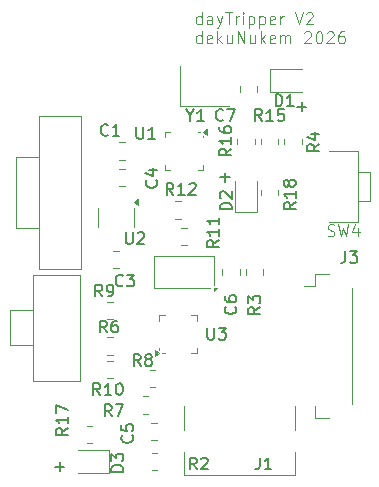
<source format=gto>
%TF.GenerationSoftware,KiCad,Pcbnew,9.0.4*%
%TF.CreationDate,2025-12-02T01:12:31+00:00*%
%TF.ProjectId,dtv2,64747632-2e6b-4696-9361-645f70636258,rev?*%
%TF.SameCoordinates,Original*%
%TF.FileFunction,Legend,Top*%
%TF.FilePolarity,Positive*%
%FSLAX46Y46*%
G04 Gerber Fmt 4.6, Leading zero omitted, Abs format (unit mm)*
G04 Created by KiCad (PCBNEW 9.0.4) date 2025-12-02 01:12:31*
%MOMM*%
%LPD*%
G01*
G04 APERTURE LIST*
%ADD10C,0.125000*%
%ADD11C,0.152400*%
%ADD12C,0.150000*%
%ADD13C,0.100000*%
%ADD14C,0.120000*%
G04 APERTURE END LIST*
D10*
X116498902Y-61761175D02*
X116498902Y-60761175D01*
X116498902Y-61713556D02*
X116403664Y-61761175D01*
X116403664Y-61761175D02*
X116213188Y-61761175D01*
X116213188Y-61761175D02*
X116117950Y-61713556D01*
X116117950Y-61713556D02*
X116070331Y-61665936D01*
X116070331Y-61665936D02*
X116022712Y-61570698D01*
X116022712Y-61570698D02*
X116022712Y-61284984D01*
X116022712Y-61284984D02*
X116070331Y-61189746D01*
X116070331Y-61189746D02*
X116117950Y-61142127D01*
X116117950Y-61142127D02*
X116213188Y-61094508D01*
X116213188Y-61094508D02*
X116403664Y-61094508D01*
X116403664Y-61094508D02*
X116498902Y-61142127D01*
X117403664Y-61761175D02*
X117403664Y-61237365D01*
X117403664Y-61237365D02*
X117356045Y-61142127D01*
X117356045Y-61142127D02*
X117260807Y-61094508D01*
X117260807Y-61094508D02*
X117070331Y-61094508D01*
X117070331Y-61094508D02*
X116975093Y-61142127D01*
X117403664Y-61713556D02*
X117308426Y-61761175D01*
X117308426Y-61761175D02*
X117070331Y-61761175D01*
X117070331Y-61761175D02*
X116975093Y-61713556D01*
X116975093Y-61713556D02*
X116927474Y-61618317D01*
X116927474Y-61618317D02*
X116927474Y-61523079D01*
X116927474Y-61523079D02*
X116975093Y-61427841D01*
X116975093Y-61427841D02*
X117070331Y-61380222D01*
X117070331Y-61380222D02*
X117308426Y-61380222D01*
X117308426Y-61380222D02*
X117403664Y-61332603D01*
X117784617Y-61094508D02*
X118022712Y-61761175D01*
X118260807Y-61094508D02*
X118022712Y-61761175D01*
X118022712Y-61761175D02*
X117927474Y-61999270D01*
X117927474Y-61999270D02*
X117879855Y-62046889D01*
X117879855Y-62046889D02*
X117784617Y-62094508D01*
X118498903Y-60761175D02*
X119070331Y-60761175D01*
X118784617Y-61761175D02*
X118784617Y-60761175D01*
X119403665Y-61761175D02*
X119403665Y-61094508D01*
X119403665Y-61284984D02*
X119451284Y-61189746D01*
X119451284Y-61189746D02*
X119498903Y-61142127D01*
X119498903Y-61142127D02*
X119594141Y-61094508D01*
X119594141Y-61094508D02*
X119689379Y-61094508D01*
X120022713Y-61761175D02*
X120022713Y-61094508D01*
X120022713Y-60761175D02*
X119975094Y-60808794D01*
X119975094Y-60808794D02*
X120022713Y-60856413D01*
X120022713Y-60856413D02*
X120070332Y-60808794D01*
X120070332Y-60808794D02*
X120022713Y-60761175D01*
X120022713Y-60761175D02*
X120022713Y-60856413D01*
X120498903Y-61094508D02*
X120498903Y-62094508D01*
X120498903Y-61142127D02*
X120594141Y-61094508D01*
X120594141Y-61094508D02*
X120784617Y-61094508D01*
X120784617Y-61094508D02*
X120879855Y-61142127D01*
X120879855Y-61142127D02*
X120927474Y-61189746D01*
X120927474Y-61189746D02*
X120975093Y-61284984D01*
X120975093Y-61284984D02*
X120975093Y-61570698D01*
X120975093Y-61570698D02*
X120927474Y-61665936D01*
X120927474Y-61665936D02*
X120879855Y-61713556D01*
X120879855Y-61713556D02*
X120784617Y-61761175D01*
X120784617Y-61761175D02*
X120594141Y-61761175D01*
X120594141Y-61761175D02*
X120498903Y-61713556D01*
X121403665Y-61094508D02*
X121403665Y-62094508D01*
X121403665Y-61142127D02*
X121498903Y-61094508D01*
X121498903Y-61094508D02*
X121689379Y-61094508D01*
X121689379Y-61094508D02*
X121784617Y-61142127D01*
X121784617Y-61142127D02*
X121832236Y-61189746D01*
X121832236Y-61189746D02*
X121879855Y-61284984D01*
X121879855Y-61284984D02*
X121879855Y-61570698D01*
X121879855Y-61570698D02*
X121832236Y-61665936D01*
X121832236Y-61665936D02*
X121784617Y-61713556D01*
X121784617Y-61713556D02*
X121689379Y-61761175D01*
X121689379Y-61761175D02*
X121498903Y-61761175D01*
X121498903Y-61761175D02*
X121403665Y-61713556D01*
X122689379Y-61713556D02*
X122594141Y-61761175D01*
X122594141Y-61761175D02*
X122403665Y-61761175D01*
X122403665Y-61761175D02*
X122308427Y-61713556D01*
X122308427Y-61713556D02*
X122260808Y-61618317D01*
X122260808Y-61618317D02*
X122260808Y-61237365D01*
X122260808Y-61237365D02*
X122308427Y-61142127D01*
X122308427Y-61142127D02*
X122403665Y-61094508D01*
X122403665Y-61094508D02*
X122594141Y-61094508D01*
X122594141Y-61094508D02*
X122689379Y-61142127D01*
X122689379Y-61142127D02*
X122736998Y-61237365D01*
X122736998Y-61237365D02*
X122736998Y-61332603D01*
X122736998Y-61332603D02*
X122260808Y-61427841D01*
X123165570Y-61761175D02*
X123165570Y-61094508D01*
X123165570Y-61284984D02*
X123213189Y-61189746D01*
X123213189Y-61189746D02*
X123260808Y-61142127D01*
X123260808Y-61142127D02*
X123356046Y-61094508D01*
X123356046Y-61094508D02*
X123451284Y-61094508D01*
X124403666Y-60761175D02*
X124736999Y-61761175D01*
X124736999Y-61761175D02*
X125070332Y-60761175D01*
X125356047Y-60856413D02*
X125403666Y-60808794D01*
X125403666Y-60808794D02*
X125498904Y-60761175D01*
X125498904Y-60761175D02*
X125736999Y-60761175D01*
X125736999Y-60761175D02*
X125832237Y-60808794D01*
X125832237Y-60808794D02*
X125879856Y-60856413D01*
X125879856Y-60856413D02*
X125927475Y-60951651D01*
X125927475Y-60951651D02*
X125927475Y-61046889D01*
X125927475Y-61046889D02*
X125879856Y-61189746D01*
X125879856Y-61189746D02*
X125308428Y-61761175D01*
X125308428Y-61761175D02*
X125927475Y-61761175D01*
X116498902Y-63371119D02*
X116498902Y-62371119D01*
X116498902Y-63323500D02*
X116403664Y-63371119D01*
X116403664Y-63371119D02*
X116213188Y-63371119D01*
X116213188Y-63371119D02*
X116117950Y-63323500D01*
X116117950Y-63323500D02*
X116070331Y-63275880D01*
X116070331Y-63275880D02*
X116022712Y-63180642D01*
X116022712Y-63180642D02*
X116022712Y-62894928D01*
X116022712Y-62894928D02*
X116070331Y-62799690D01*
X116070331Y-62799690D02*
X116117950Y-62752071D01*
X116117950Y-62752071D02*
X116213188Y-62704452D01*
X116213188Y-62704452D02*
X116403664Y-62704452D01*
X116403664Y-62704452D02*
X116498902Y-62752071D01*
X117356045Y-63323500D02*
X117260807Y-63371119D01*
X117260807Y-63371119D02*
X117070331Y-63371119D01*
X117070331Y-63371119D02*
X116975093Y-63323500D01*
X116975093Y-63323500D02*
X116927474Y-63228261D01*
X116927474Y-63228261D02*
X116927474Y-62847309D01*
X116927474Y-62847309D02*
X116975093Y-62752071D01*
X116975093Y-62752071D02*
X117070331Y-62704452D01*
X117070331Y-62704452D02*
X117260807Y-62704452D01*
X117260807Y-62704452D02*
X117356045Y-62752071D01*
X117356045Y-62752071D02*
X117403664Y-62847309D01*
X117403664Y-62847309D02*
X117403664Y-62942547D01*
X117403664Y-62942547D02*
X116927474Y-63037785D01*
X117832236Y-63371119D02*
X117832236Y-62371119D01*
X117927474Y-62990166D02*
X118213188Y-63371119D01*
X118213188Y-62704452D02*
X117832236Y-63085404D01*
X119070331Y-62704452D02*
X119070331Y-63371119D01*
X118641760Y-62704452D02*
X118641760Y-63228261D01*
X118641760Y-63228261D02*
X118689379Y-63323500D01*
X118689379Y-63323500D02*
X118784617Y-63371119D01*
X118784617Y-63371119D02*
X118927474Y-63371119D01*
X118927474Y-63371119D02*
X119022712Y-63323500D01*
X119022712Y-63323500D02*
X119070331Y-63275880D01*
X119546522Y-63371119D02*
X119546522Y-62371119D01*
X119546522Y-62371119D02*
X120117950Y-63371119D01*
X120117950Y-63371119D02*
X120117950Y-62371119D01*
X121022712Y-62704452D02*
X121022712Y-63371119D01*
X120594141Y-62704452D02*
X120594141Y-63228261D01*
X120594141Y-63228261D02*
X120641760Y-63323500D01*
X120641760Y-63323500D02*
X120736998Y-63371119D01*
X120736998Y-63371119D02*
X120879855Y-63371119D01*
X120879855Y-63371119D02*
X120975093Y-63323500D01*
X120975093Y-63323500D02*
X121022712Y-63275880D01*
X121498903Y-63371119D02*
X121498903Y-62371119D01*
X121594141Y-62990166D02*
X121879855Y-63371119D01*
X121879855Y-62704452D02*
X121498903Y-63085404D01*
X122689379Y-63323500D02*
X122594141Y-63371119D01*
X122594141Y-63371119D02*
X122403665Y-63371119D01*
X122403665Y-63371119D02*
X122308427Y-63323500D01*
X122308427Y-63323500D02*
X122260808Y-63228261D01*
X122260808Y-63228261D02*
X122260808Y-62847309D01*
X122260808Y-62847309D02*
X122308427Y-62752071D01*
X122308427Y-62752071D02*
X122403665Y-62704452D01*
X122403665Y-62704452D02*
X122594141Y-62704452D01*
X122594141Y-62704452D02*
X122689379Y-62752071D01*
X122689379Y-62752071D02*
X122736998Y-62847309D01*
X122736998Y-62847309D02*
X122736998Y-62942547D01*
X122736998Y-62942547D02*
X122260808Y-63037785D01*
X123165570Y-63371119D02*
X123165570Y-62704452D01*
X123165570Y-62799690D02*
X123213189Y-62752071D01*
X123213189Y-62752071D02*
X123308427Y-62704452D01*
X123308427Y-62704452D02*
X123451284Y-62704452D01*
X123451284Y-62704452D02*
X123546522Y-62752071D01*
X123546522Y-62752071D02*
X123594141Y-62847309D01*
X123594141Y-62847309D02*
X123594141Y-63371119D01*
X123594141Y-62847309D02*
X123641760Y-62752071D01*
X123641760Y-62752071D02*
X123736998Y-62704452D01*
X123736998Y-62704452D02*
X123879855Y-62704452D01*
X123879855Y-62704452D02*
X123975094Y-62752071D01*
X123975094Y-62752071D02*
X124022713Y-62847309D01*
X124022713Y-62847309D02*
X124022713Y-63371119D01*
X125213189Y-62466357D02*
X125260808Y-62418738D01*
X125260808Y-62418738D02*
X125356046Y-62371119D01*
X125356046Y-62371119D02*
X125594141Y-62371119D01*
X125594141Y-62371119D02*
X125689379Y-62418738D01*
X125689379Y-62418738D02*
X125736998Y-62466357D01*
X125736998Y-62466357D02*
X125784617Y-62561595D01*
X125784617Y-62561595D02*
X125784617Y-62656833D01*
X125784617Y-62656833D02*
X125736998Y-62799690D01*
X125736998Y-62799690D02*
X125165570Y-63371119D01*
X125165570Y-63371119D02*
X125784617Y-63371119D01*
X126403665Y-62371119D02*
X126498903Y-62371119D01*
X126498903Y-62371119D02*
X126594141Y-62418738D01*
X126594141Y-62418738D02*
X126641760Y-62466357D01*
X126641760Y-62466357D02*
X126689379Y-62561595D01*
X126689379Y-62561595D02*
X126736998Y-62752071D01*
X126736998Y-62752071D02*
X126736998Y-62990166D01*
X126736998Y-62990166D02*
X126689379Y-63180642D01*
X126689379Y-63180642D02*
X126641760Y-63275880D01*
X126641760Y-63275880D02*
X126594141Y-63323500D01*
X126594141Y-63323500D02*
X126498903Y-63371119D01*
X126498903Y-63371119D02*
X126403665Y-63371119D01*
X126403665Y-63371119D02*
X126308427Y-63323500D01*
X126308427Y-63323500D02*
X126260808Y-63275880D01*
X126260808Y-63275880D02*
X126213189Y-63180642D01*
X126213189Y-63180642D02*
X126165570Y-62990166D01*
X126165570Y-62990166D02*
X126165570Y-62752071D01*
X126165570Y-62752071D02*
X126213189Y-62561595D01*
X126213189Y-62561595D02*
X126260808Y-62466357D01*
X126260808Y-62466357D02*
X126308427Y-62418738D01*
X126308427Y-62418738D02*
X126403665Y-62371119D01*
X127117951Y-62466357D02*
X127165570Y-62418738D01*
X127165570Y-62418738D02*
X127260808Y-62371119D01*
X127260808Y-62371119D02*
X127498903Y-62371119D01*
X127498903Y-62371119D02*
X127594141Y-62418738D01*
X127594141Y-62418738D02*
X127641760Y-62466357D01*
X127641760Y-62466357D02*
X127689379Y-62561595D01*
X127689379Y-62561595D02*
X127689379Y-62656833D01*
X127689379Y-62656833D02*
X127641760Y-62799690D01*
X127641760Y-62799690D02*
X127070332Y-63371119D01*
X127070332Y-63371119D02*
X127689379Y-63371119D01*
X128546522Y-62371119D02*
X128356046Y-62371119D01*
X128356046Y-62371119D02*
X128260808Y-62418738D01*
X128260808Y-62418738D02*
X128213189Y-62466357D01*
X128213189Y-62466357D02*
X128117951Y-62609214D01*
X128117951Y-62609214D02*
X128070332Y-62799690D01*
X128070332Y-62799690D02*
X128070332Y-63180642D01*
X128070332Y-63180642D02*
X128117951Y-63275880D01*
X128117951Y-63275880D02*
X128165570Y-63323500D01*
X128165570Y-63323500D02*
X128260808Y-63371119D01*
X128260808Y-63371119D02*
X128451284Y-63371119D01*
X128451284Y-63371119D02*
X128546522Y-63323500D01*
X128546522Y-63323500D02*
X128594141Y-63275880D01*
X128594141Y-63275880D02*
X128641760Y-63180642D01*
X128641760Y-63180642D02*
X128641760Y-62942547D01*
X128641760Y-62942547D02*
X128594141Y-62847309D01*
X128594141Y-62847309D02*
X128546522Y-62799690D01*
X128546522Y-62799690D02*
X128451284Y-62752071D01*
X128451284Y-62752071D02*
X128260808Y-62752071D01*
X128260808Y-62752071D02*
X128165570Y-62799690D01*
X128165570Y-62799690D02*
X128117951Y-62847309D01*
X128117951Y-62847309D02*
X128070332Y-62942547D01*
D11*
X104092167Y-99230688D02*
X104866263Y-99230688D01*
X104479215Y-99617735D02*
X104479215Y-98843640D01*
X124592167Y-68730688D02*
X125366263Y-68730688D01*
X124979215Y-69117735D02*
X124979215Y-68343640D01*
X118092167Y-74730688D02*
X118866263Y-74730688D01*
X118479215Y-75117735D02*
X118479215Y-74343640D01*
D12*
X116083333Y-99454819D02*
X115750000Y-98978628D01*
X115511905Y-99454819D02*
X115511905Y-98454819D01*
X115511905Y-98454819D02*
X115892857Y-98454819D01*
X115892857Y-98454819D02*
X115988095Y-98502438D01*
X115988095Y-98502438D02*
X116035714Y-98550057D01*
X116035714Y-98550057D02*
X116083333Y-98645295D01*
X116083333Y-98645295D02*
X116083333Y-98788152D01*
X116083333Y-98788152D02*
X116035714Y-98883390D01*
X116035714Y-98883390D02*
X115988095Y-98931009D01*
X115988095Y-98931009D02*
X115892857Y-98978628D01*
X115892857Y-98978628D02*
X115511905Y-98978628D01*
X116464286Y-98550057D02*
X116511905Y-98502438D01*
X116511905Y-98502438D02*
X116607143Y-98454819D01*
X116607143Y-98454819D02*
X116845238Y-98454819D01*
X116845238Y-98454819D02*
X116940476Y-98502438D01*
X116940476Y-98502438D02*
X116988095Y-98550057D01*
X116988095Y-98550057D02*
X117035714Y-98645295D01*
X117035714Y-98645295D02*
X117035714Y-98740533D01*
X117035714Y-98740533D02*
X116988095Y-98883390D01*
X116988095Y-98883390D02*
X116416667Y-99454819D01*
X116416667Y-99454819D02*
X117035714Y-99454819D01*
X108883333Y-94954819D02*
X108550000Y-94478628D01*
X108311905Y-94954819D02*
X108311905Y-93954819D01*
X108311905Y-93954819D02*
X108692857Y-93954819D01*
X108692857Y-93954819D02*
X108788095Y-94002438D01*
X108788095Y-94002438D02*
X108835714Y-94050057D01*
X108835714Y-94050057D02*
X108883333Y-94145295D01*
X108883333Y-94145295D02*
X108883333Y-94288152D01*
X108883333Y-94288152D02*
X108835714Y-94383390D01*
X108835714Y-94383390D02*
X108788095Y-94431009D01*
X108788095Y-94431009D02*
X108692857Y-94478628D01*
X108692857Y-94478628D02*
X108311905Y-94478628D01*
X109216667Y-93954819D02*
X109883333Y-93954819D01*
X109883333Y-93954819D02*
X109454762Y-94954819D01*
X109854819Y-99638094D02*
X108854819Y-99638094D01*
X108854819Y-99638094D02*
X108854819Y-99399999D01*
X108854819Y-99399999D02*
X108902438Y-99257142D01*
X108902438Y-99257142D02*
X108997676Y-99161904D01*
X108997676Y-99161904D02*
X109092914Y-99114285D01*
X109092914Y-99114285D02*
X109283390Y-99066666D01*
X109283390Y-99066666D02*
X109426247Y-99066666D01*
X109426247Y-99066666D02*
X109616723Y-99114285D01*
X109616723Y-99114285D02*
X109711961Y-99161904D01*
X109711961Y-99161904D02*
X109807200Y-99257142D01*
X109807200Y-99257142D02*
X109854819Y-99399999D01*
X109854819Y-99399999D02*
X109854819Y-99638094D01*
X108854819Y-98733332D02*
X108854819Y-98114285D01*
X108854819Y-98114285D02*
X109235771Y-98447618D01*
X109235771Y-98447618D02*
X109235771Y-98304761D01*
X109235771Y-98304761D02*
X109283390Y-98209523D01*
X109283390Y-98209523D02*
X109331009Y-98161904D01*
X109331009Y-98161904D02*
X109426247Y-98114285D01*
X109426247Y-98114285D02*
X109664342Y-98114285D01*
X109664342Y-98114285D02*
X109759580Y-98161904D01*
X109759580Y-98161904D02*
X109807200Y-98209523D01*
X109807200Y-98209523D02*
X109854819Y-98304761D01*
X109854819Y-98304761D02*
X109854819Y-98590475D01*
X109854819Y-98590475D02*
X109807200Y-98685713D01*
X109807200Y-98685713D02*
X109759580Y-98733332D01*
X121607142Y-69954819D02*
X121273809Y-69478628D01*
X121035714Y-69954819D02*
X121035714Y-68954819D01*
X121035714Y-68954819D02*
X121416666Y-68954819D01*
X121416666Y-68954819D02*
X121511904Y-69002438D01*
X121511904Y-69002438D02*
X121559523Y-69050057D01*
X121559523Y-69050057D02*
X121607142Y-69145295D01*
X121607142Y-69145295D02*
X121607142Y-69288152D01*
X121607142Y-69288152D02*
X121559523Y-69383390D01*
X121559523Y-69383390D02*
X121511904Y-69431009D01*
X121511904Y-69431009D02*
X121416666Y-69478628D01*
X121416666Y-69478628D02*
X121035714Y-69478628D01*
X122559523Y-69954819D02*
X121988095Y-69954819D01*
X122273809Y-69954819D02*
X122273809Y-68954819D01*
X122273809Y-68954819D02*
X122178571Y-69097676D01*
X122178571Y-69097676D02*
X122083333Y-69192914D01*
X122083333Y-69192914D02*
X121988095Y-69240533D01*
X123464285Y-68954819D02*
X122988095Y-68954819D01*
X122988095Y-68954819D02*
X122940476Y-69431009D01*
X122940476Y-69431009D02*
X122988095Y-69383390D01*
X122988095Y-69383390D02*
X123083333Y-69335771D01*
X123083333Y-69335771D02*
X123321428Y-69335771D01*
X123321428Y-69335771D02*
X123416666Y-69383390D01*
X123416666Y-69383390D02*
X123464285Y-69431009D01*
X123464285Y-69431009D02*
X123511904Y-69526247D01*
X123511904Y-69526247D02*
X123511904Y-69764342D01*
X123511904Y-69764342D02*
X123464285Y-69859580D01*
X123464285Y-69859580D02*
X123416666Y-69907200D01*
X123416666Y-69907200D02*
X123321428Y-69954819D01*
X123321428Y-69954819D02*
X123083333Y-69954819D01*
X123083333Y-69954819D02*
X122988095Y-69907200D01*
X122988095Y-69907200D02*
X122940476Y-69859580D01*
X126454819Y-71916666D02*
X125978628Y-72249999D01*
X126454819Y-72488094D02*
X125454819Y-72488094D01*
X125454819Y-72488094D02*
X125454819Y-72107142D01*
X125454819Y-72107142D02*
X125502438Y-72011904D01*
X125502438Y-72011904D02*
X125550057Y-71964285D01*
X125550057Y-71964285D02*
X125645295Y-71916666D01*
X125645295Y-71916666D02*
X125788152Y-71916666D01*
X125788152Y-71916666D02*
X125883390Y-71964285D01*
X125883390Y-71964285D02*
X125931009Y-72011904D01*
X125931009Y-72011904D02*
X125978628Y-72107142D01*
X125978628Y-72107142D02*
X125978628Y-72488094D01*
X125788152Y-71059523D02*
X126454819Y-71059523D01*
X125407200Y-71297618D02*
X126121485Y-71535713D01*
X126121485Y-71535713D02*
X126121485Y-70916666D01*
X108083333Y-84804819D02*
X107750000Y-84328628D01*
X107511905Y-84804819D02*
X107511905Y-83804819D01*
X107511905Y-83804819D02*
X107892857Y-83804819D01*
X107892857Y-83804819D02*
X107988095Y-83852438D01*
X107988095Y-83852438D02*
X108035714Y-83900057D01*
X108035714Y-83900057D02*
X108083333Y-83995295D01*
X108083333Y-83995295D02*
X108083333Y-84138152D01*
X108083333Y-84138152D02*
X108035714Y-84233390D01*
X108035714Y-84233390D02*
X107988095Y-84281009D01*
X107988095Y-84281009D02*
X107892857Y-84328628D01*
X107892857Y-84328628D02*
X107511905Y-84328628D01*
X108559524Y-84804819D02*
X108750000Y-84804819D01*
X108750000Y-84804819D02*
X108845238Y-84757200D01*
X108845238Y-84757200D02*
X108892857Y-84709580D01*
X108892857Y-84709580D02*
X108988095Y-84566723D01*
X108988095Y-84566723D02*
X109035714Y-84376247D01*
X109035714Y-84376247D02*
X109035714Y-83995295D01*
X109035714Y-83995295D02*
X108988095Y-83900057D01*
X108988095Y-83900057D02*
X108940476Y-83852438D01*
X108940476Y-83852438D02*
X108845238Y-83804819D01*
X108845238Y-83804819D02*
X108654762Y-83804819D01*
X108654762Y-83804819D02*
X108559524Y-83852438D01*
X108559524Y-83852438D02*
X108511905Y-83900057D01*
X108511905Y-83900057D02*
X108464286Y-83995295D01*
X108464286Y-83995295D02*
X108464286Y-84233390D01*
X108464286Y-84233390D02*
X108511905Y-84328628D01*
X108511905Y-84328628D02*
X108559524Y-84376247D01*
X108559524Y-84376247D02*
X108654762Y-84423866D01*
X108654762Y-84423866D02*
X108845238Y-84423866D01*
X108845238Y-84423866D02*
X108940476Y-84376247D01*
X108940476Y-84376247D02*
X108988095Y-84328628D01*
X108988095Y-84328628D02*
X109035714Y-84233390D01*
X111333333Y-90704819D02*
X111000000Y-90228628D01*
X110761905Y-90704819D02*
X110761905Y-89704819D01*
X110761905Y-89704819D02*
X111142857Y-89704819D01*
X111142857Y-89704819D02*
X111238095Y-89752438D01*
X111238095Y-89752438D02*
X111285714Y-89800057D01*
X111285714Y-89800057D02*
X111333333Y-89895295D01*
X111333333Y-89895295D02*
X111333333Y-90038152D01*
X111333333Y-90038152D02*
X111285714Y-90133390D01*
X111285714Y-90133390D02*
X111238095Y-90181009D01*
X111238095Y-90181009D02*
X111142857Y-90228628D01*
X111142857Y-90228628D02*
X110761905Y-90228628D01*
X111904762Y-90133390D02*
X111809524Y-90085771D01*
X111809524Y-90085771D02*
X111761905Y-90038152D01*
X111761905Y-90038152D02*
X111714286Y-89942914D01*
X111714286Y-89942914D02*
X111714286Y-89895295D01*
X111714286Y-89895295D02*
X111761905Y-89800057D01*
X111761905Y-89800057D02*
X111809524Y-89752438D01*
X111809524Y-89752438D02*
X111904762Y-89704819D01*
X111904762Y-89704819D02*
X112095238Y-89704819D01*
X112095238Y-89704819D02*
X112190476Y-89752438D01*
X112190476Y-89752438D02*
X112238095Y-89800057D01*
X112238095Y-89800057D02*
X112285714Y-89895295D01*
X112285714Y-89895295D02*
X112285714Y-89942914D01*
X112285714Y-89942914D02*
X112238095Y-90038152D01*
X112238095Y-90038152D02*
X112190476Y-90085771D01*
X112190476Y-90085771D02*
X112095238Y-90133390D01*
X112095238Y-90133390D02*
X111904762Y-90133390D01*
X111904762Y-90133390D02*
X111809524Y-90181009D01*
X111809524Y-90181009D02*
X111761905Y-90228628D01*
X111761905Y-90228628D02*
X111714286Y-90323866D01*
X111714286Y-90323866D02*
X111714286Y-90514342D01*
X111714286Y-90514342D02*
X111761905Y-90609580D01*
X111761905Y-90609580D02*
X111809524Y-90657200D01*
X111809524Y-90657200D02*
X111904762Y-90704819D01*
X111904762Y-90704819D02*
X112095238Y-90704819D01*
X112095238Y-90704819D02*
X112190476Y-90657200D01*
X112190476Y-90657200D02*
X112238095Y-90609580D01*
X112238095Y-90609580D02*
X112285714Y-90514342D01*
X112285714Y-90514342D02*
X112285714Y-90323866D01*
X112285714Y-90323866D02*
X112238095Y-90228628D01*
X112238095Y-90228628D02*
X112190476Y-90181009D01*
X112190476Y-90181009D02*
X112095238Y-90133390D01*
X124454819Y-76842857D02*
X123978628Y-77176190D01*
X124454819Y-77414285D02*
X123454819Y-77414285D01*
X123454819Y-77414285D02*
X123454819Y-77033333D01*
X123454819Y-77033333D02*
X123502438Y-76938095D01*
X123502438Y-76938095D02*
X123550057Y-76890476D01*
X123550057Y-76890476D02*
X123645295Y-76842857D01*
X123645295Y-76842857D02*
X123788152Y-76842857D01*
X123788152Y-76842857D02*
X123883390Y-76890476D01*
X123883390Y-76890476D02*
X123931009Y-76938095D01*
X123931009Y-76938095D02*
X123978628Y-77033333D01*
X123978628Y-77033333D02*
X123978628Y-77414285D01*
X124454819Y-75890476D02*
X124454819Y-76461904D01*
X124454819Y-76176190D02*
X123454819Y-76176190D01*
X123454819Y-76176190D02*
X123597676Y-76271428D01*
X123597676Y-76271428D02*
X123692914Y-76366666D01*
X123692914Y-76366666D02*
X123740533Y-76461904D01*
X123883390Y-75319047D02*
X123835771Y-75414285D01*
X123835771Y-75414285D02*
X123788152Y-75461904D01*
X123788152Y-75461904D02*
X123692914Y-75509523D01*
X123692914Y-75509523D02*
X123645295Y-75509523D01*
X123645295Y-75509523D02*
X123550057Y-75461904D01*
X123550057Y-75461904D02*
X123502438Y-75414285D01*
X123502438Y-75414285D02*
X123454819Y-75319047D01*
X123454819Y-75319047D02*
X123454819Y-75128571D01*
X123454819Y-75128571D02*
X123502438Y-75033333D01*
X123502438Y-75033333D02*
X123550057Y-74985714D01*
X123550057Y-74985714D02*
X123645295Y-74938095D01*
X123645295Y-74938095D02*
X123692914Y-74938095D01*
X123692914Y-74938095D02*
X123788152Y-74985714D01*
X123788152Y-74985714D02*
X123835771Y-75033333D01*
X123835771Y-75033333D02*
X123883390Y-75128571D01*
X123883390Y-75128571D02*
X123883390Y-75319047D01*
X123883390Y-75319047D02*
X123931009Y-75414285D01*
X123931009Y-75414285D02*
X123978628Y-75461904D01*
X123978628Y-75461904D02*
X124073866Y-75509523D01*
X124073866Y-75509523D02*
X124264342Y-75509523D01*
X124264342Y-75509523D02*
X124359580Y-75461904D01*
X124359580Y-75461904D02*
X124407200Y-75414285D01*
X124407200Y-75414285D02*
X124454819Y-75319047D01*
X124454819Y-75319047D02*
X124454819Y-75128571D01*
X124454819Y-75128571D02*
X124407200Y-75033333D01*
X124407200Y-75033333D02*
X124359580Y-74985714D01*
X124359580Y-74985714D02*
X124264342Y-74938095D01*
X124264342Y-74938095D02*
X124073866Y-74938095D01*
X124073866Y-74938095D02*
X123978628Y-74985714D01*
X123978628Y-74985714D02*
X123931009Y-75033333D01*
X123931009Y-75033333D02*
X123883390Y-75128571D01*
X121454819Y-85716666D02*
X120978628Y-86049999D01*
X121454819Y-86288094D02*
X120454819Y-86288094D01*
X120454819Y-86288094D02*
X120454819Y-85907142D01*
X120454819Y-85907142D02*
X120502438Y-85811904D01*
X120502438Y-85811904D02*
X120550057Y-85764285D01*
X120550057Y-85764285D02*
X120645295Y-85716666D01*
X120645295Y-85716666D02*
X120788152Y-85716666D01*
X120788152Y-85716666D02*
X120883390Y-85764285D01*
X120883390Y-85764285D02*
X120931009Y-85811904D01*
X120931009Y-85811904D02*
X120978628Y-85907142D01*
X120978628Y-85907142D02*
X120978628Y-86288094D01*
X120454819Y-85383332D02*
X120454819Y-84764285D01*
X120454819Y-84764285D02*
X120835771Y-85097618D01*
X120835771Y-85097618D02*
X120835771Y-84954761D01*
X120835771Y-84954761D02*
X120883390Y-84859523D01*
X120883390Y-84859523D02*
X120931009Y-84811904D01*
X120931009Y-84811904D02*
X121026247Y-84764285D01*
X121026247Y-84764285D02*
X121264342Y-84764285D01*
X121264342Y-84764285D02*
X121359580Y-84811904D01*
X121359580Y-84811904D02*
X121407200Y-84859523D01*
X121407200Y-84859523D02*
X121454819Y-84954761D01*
X121454819Y-84954761D02*
X121454819Y-85240475D01*
X121454819Y-85240475D02*
X121407200Y-85335713D01*
X121407200Y-85335713D02*
X121359580Y-85383332D01*
X110988095Y-70454819D02*
X110988095Y-71264342D01*
X110988095Y-71264342D02*
X111035714Y-71359580D01*
X111035714Y-71359580D02*
X111083333Y-71407200D01*
X111083333Y-71407200D02*
X111178571Y-71454819D01*
X111178571Y-71454819D02*
X111369047Y-71454819D01*
X111369047Y-71454819D02*
X111464285Y-71407200D01*
X111464285Y-71407200D02*
X111511904Y-71359580D01*
X111511904Y-71359580D02*
X111559523Y-71264342D01*
X111559523Y-71264342D02*
X111559523Y-70454819D01*
X112559523Y-71454819D02*
X111988095Y-71454819D01*
X112273809Y-71454819D02*
X112273809Y-70454819D01*
X112273809Y-70454819D02*
X112178571Y-70597676D01*
X112178571Y-70597676D02*
X112083333Y-70692914D01*
X112083333Y-70692914D02*
X111988095Y-70740533D01*
X119054819Y-77438094D02*
X118054819Y-77438094D01*
X118054819Y-77438094D02*
X118054819Y-77199999D01*
X118054819Y-77199999D02*
X118102438Y-77057142D01*
X118102438Y-77057142D02*
X118197676Y-76961904D01*
X118197676Y-76961904D02*
X118292914Y-76914285D01*
X118292914Y-76914285D02*
X118483390Y-76866666D01*
X118483390Y-76866666D02*
X118626247Y-76866666D01*
X118626247Y-76866666D02*
X118816723Y-76914285D01*
X118816723Y-76914285D02*
X118911961Y-76961904D01*
X118911961Y-76961904D02*
X119007200Y-77057142D01*
X119007200Y-77057142D02*
X119054819Y-77199999D01*
X119054819Y-77199999D02*
X119054819Y-77438094D01*
X118150057Y-76485713D02*
X118102438Y-76438094D01*
X118102438Y-76438094D02*
X118054819Y-76342856D01*
X118054819Y-76342856D02*
X118054819Y-76104761D01*
X118054819Y-76104761D02*
X118102438Y-76009523D01*
X118102438Y-76009523D02*
X118150057Y-75961904D01*
X118150057Y-75961904D02*
X118245295Y-75914285D01*
X118245295Y-75914285D02*
X118340533Y-75914285D01*
X118340533Y-75914285D02*
X118483390Y-75961904D01*
X118483390Y-75961904D02*
X119054819Y-76533332D01*
X119054819Y-76533332D02*
X119054819Y-75914285D01*
X118333333Y-69859580D02*
X118285714Y-69907200D01*
X118285714Y-69907200D02*
X118142857Y-69954819D01*
X118142857Y-69954819D02*
X118047619Y-69954819D01*
X118047619Y-69954819D02*
X117904762Y-69907200D01*
X117904762Y-69907200D02*
X117809524Y-69811961D01*
X117809524Y-69811961D02*
X117761905Y-69716723D01*
X117761905Y-69716723D02*
X117714286Y-69526247D01*
X117714286Y-69526247D02*
X117714286Y-69383390D01*
X117714286Y-69383390D02*
X117761905Y-69192914D01*
X117761905Y-69192914D02*
X117809524Y-69097676D01*
X117809524Y-69097676D02*
X117904762Y-69002438D01*
X117904762Y-69002438D02*
X118047619Y-68954819D01*
X118047619Y-68954819D02*
X118142857Y-68954819D01*
X118142857Y-68954819D02*
X118285714Y-69002438D01*
X118285714Y-69002438D02*
X118333333Y-69050057D01*
X118666667Y-68954819D02*
X119333333Y-68954819D01*
X119333333Y-68954819D02*
X118904762Y-69954819D01*
X110088095Y-79354819D02*
X110088095Y-80164342D01*
X110088095Y-80164342D02*
X110135714Y-80259580D01*
X110135714Y-80259580D02*
X110183333Y-80307200D01*
X110183333Y-80307200D02*
X110278571Y-80354819D01*
X110278571Y-80354819D02*
X110469047Y-80354819D01*
X110469047Y-80354819D02*
X110564285Y-80307200D01*
X110564285Y-80307200D02*
X110611904Y-80259580D01*
X110611904Y-80259580D02*
X110659523Y-80164342D01*
X110659523Y-80164342D02*
X110659523Y-79354819D01*
X111088095Y-79450057D02*
X111135714Y-79402438D01*
X111135714Y-79402438D02*
X111230952Y-79354819D01*
X111230952Y-79354819D02*
X111469047Y-79354819D01*
X111469047Y-79354819D02*
X111564285Y-79402438D01*
X111564285Y-79402438D02*
X111611904Y-79450057D01*
X111611904Y-79450057D02*
X111659523Y-79545295D01*
X111659523Y-79545295D02*
X111659523Y-79640533D01*
X111659523Y-79640533D02*
X111611904Y-79783390D01*
X111611904Y-79783390D02*
X111040476Y-80354819D01*
X111040476Y-80354819D02*
X111659523Y-80354819D01*
X117954819Y-80042857D02*
X117478628Y-80376190D01*
X117954819Y-80614285D02*
X116954819Y-80614285D01*
X116954819Y-80614285D02*
X116954819Y-80233333D01*
X116954819Y-80233333D02*
X117002438Y-80138095D01*
X117002438Y-80138095D02*
X117050057Y-80090476D01*
X117050057Y-80090476D02*
X117145295Y-80042857D01*
X117145295Y-80042857D02*
X117288152Y-80042857D01*
X117288152Y-80042857D02*
X117383390Y-80090476D01*
X117383390Y-80090476D02*
X117431009Y-80138095D01*
X117431009Y-80138095D02*
X117478628Y-80233333D01*
X117478628Y-80233333D02*
X117478628Y-80614285D01*
X117954819Y-79090476D02*
X117954819Y-79661904D01*
X117954819Y-79376190D02*
X116954819Y-79376190D01*
X116954819Y-79376190D02*
X117097676Y-79471428D01*
X117097676Y-79471428D02*
X117192914Y-79566666D01*
X117192914Y-79566666D02*
X117240533Y-79661904D01*
X117954819Y-78138095D02*
X117954819Y-78709523D01*
X117954819Y-78423809D02*
X116954819Y-78423809D01*
X116954819Y-78423809D02*
X117097676Y-78519047D01*
X117097676Y-78519047D02*
X117192914Y-78614285D01*
X117192914Y-78614285D02*
X117240533Y-78709523D01*
X115523809Y-69478628D02*
X115523809Y-69954819D01*
X115190476Y-68954819D02*
X115523809Y-69478628D01*
X115523809Y-69478628D02*
X115857142Y-68954819D01*
X116714285Y-69954819D02*
X116142857Y-69954819D01*
X116428571Y-69954819D02*
X116428571Y-68954819D01*
X116428571Y-68954819D02*
X116333333Y-69097676D01*
X116333333Y-69097676D02*
X116238095Y-69192914D01*
X116238095Y-69192914D02*
X116142857Y-69240533D01*
X107907142Y-93154819D02*
X107573809Y-92678628D01*
X107335714Y-93154819D02*
X107335714Y-92154819D01*
X107335714Y-92154819D02*
X107716666Y-92154819D01*
X107716666Y-92154819D02*
X107811904Y-92202438D01*
X107811904Y-92202438D02*
X107859523Y-92250057D01*
X107859523Y-92250057D02*
X107907142Y-92345295D01*
X107907142Y-92345295D02*
X107907142Y-92488152D01*
X107907142Y-92488152D02*
X107859523Y-92583390D01*
X107859523Y-92583390D02*
X107811904Y-92631009D01*
X107811904Y-92631009D02*
X107716666Y-92678628D01*
X107716666Y-92678628D02*
X107335714Y-92678628D01*
X108859523Y-93154819D02*
X108288095Y-93154819D01*
X108573809Y-93154819D02*
X108573809Y-92154819D01*
X108573809Y-92154819D02*
X108478571Y-92297676D01*
X108478571Y-92297676D02*
X108383333Y-92392914D01*
X108383333Y-92392914D02*
X108288095Y-92440533D01*
X109478571Y-92154819D02*
X109573809Y-92154819D01*
X109573809Y-92154819D02*
X109669047Y-92202438D01*
X109669047Y-92202438D02*
X109716666Y-92250057D01*
X109716666Y-92250057D02*
X109764285Y-92345295D01*
X109764285Y-92345295D02*
X109811904Y-92535771D01*
X109811904Y-92535771D02*
X109811904Y-92773866D01*
X109811904Y-92773866D02*
X109764285Y-92964342D01*
X109764285Y-92964342D02*
X109716666Y-93059580D01*
X109716666Y-93059580D02*
X109669047Y-93107200D01*
X109669047Y-93107200D02*
X109573809Y-93154819D01*
X109573809Y-93154819D02*
X109478571Y-93154819D01*
X109478571Y-93154819D02*
X109383333Y-93107200D01*
X109383333Y-93107200D02*
X109335714Y-93059580D01*
X109335714Y-93059580D02*
X109288095Y-92964342D01*
X109288095Y-92964342D02*
X109240476Y-92773866D01*
X109240476Y-92773866D02*
X109240476Y-92535771D01*
X109240476Y-92535771D02*
X109288095Y-92345295D01*
X109288095Y-92345295D02*
X109335714Y-92250057D01*
X109335714Y-92250057D02*
X109383333Y-92202438D01*
X109383333Y-92202438D02*
X109478571Y-92154819D01*
X119359580Y-85666666D02*
X119407200Y-85714285D01*
X119407200Y-85714285D02*
X119454819Y-85857142D01*
X119454819Y-85857142D02*
X119454819Y-85952380D01*
X119454819Y-85952380D02*
X119407200Y-86095237D01*
X119407200Y-86095237D02*
X119311961Y-86190475D01*
X119311961Y-86190475D02*
X119216723Y-86238094D01*
X119216723Y-86238094D02*
X119026247Y-86285713D01*
X119026247Y-86285713D02*
X118883390Y-86285713D01*
X118883390Y-86285713D02*
X118692914Y-86238094D01*
X118692914Y-86238094D02*
X118597676Y-86190475D01*
X118597676Y-86190475D02*
X118502438Y-86095237D01*
X118502438Y-86095237D02*
X118454819Y-85952380D01*
X118454819Y-85952380D02*
X118454819Y-85857142D01*
X118454819Y-85857142D02*
X118502438Y-85714285D01*
X118502438Y-85714285D02*
X118550057Y-85666666D01*
X118454819Y-84809523D02*
X118454819Y-84999999D01*
X118454819Y-84999999D02*
X118502438Y-85095237D01*
X118502438Y-85095237D02*
X118550057Y-85142856D01*
X118550057Y-85142856D02*
X118692914Y-85238094D01*
X118692914Y-85238094D02*
X118883390Y-85285713D01*
X118883390Y-85285713D02*
X119264342Y-85285713D01*
X119264342Y-85285713D02*
X119359580Y-85238094D01*
X119359580Y-85238094D02*
X119407200Y-85190475D01*
X119407200Y-85190475D02*
X119454819Y-85095237D01*
X119454819Y-85095237D02*
X119454819Y-84904761D01*
X119454819Y-84904761D02*
X119407200Y-84809523D01*
X119407200Y-84809523D02*
X119359580Y-84761904D01*
X119359580Y-84761904D02*
X119264342Y-84714285D01*
X119264342Y-84714285D02*
X119026247Y-84714285D01*
X119026247Y-84714285D02*
X118931009Y-84761904D01*
X118931009Y-84761904D02*
X118883390Y-84809523D01*
X118883390Y-84809523D02*
X118835771Y-84904761D01*
X118835771Y-84904761D02*
X118835771Y-85095237D01*
X118835771Y-85095237D02*
X118883390Y-85190475D01*
X118883390Y-85190475D02*
X118931009Y-85238094D01*
X118931009Y-85238094D02*
X119026247Y-85285713D01*
X116988095Y-87454819D02*
X116988095Y-88264342D01*
X116988095Y-88264342D02*
X117035714Y-88359580D01*
X117035714Y-88359580D02*
X117083333Y-88407200D01*
X117083333Y-88407200D02*
X117178571Y-88454819D01*
X117178571Y-88454819D02*
X117369047Y-88454819D01*
X117369047Y-88454819D02*
X117464285Y-88407200D01*
X117464285Y-88407200D02*
X117511904Y-88359580D01*
X117511904Y-88359580D02*
X117559523Y-88264342D01*
X117559523Y-88264342D02*
X117559523Y-87454819D01*
X117940476Y-87454819D02*
X118559523Y-87454819D01*
X118559523Y-87454819D02*
X118226190Y-87835771D01*
X118226190Y-87835771D02*
X118369047Y-87835771D01*
X118369047Y-87835771D02*
X118464285Y-87883390D01*
X118464285Y-87883390D02*
X118511904Y-87931009D01*
X118511904Y-87931009D02*
X118559523Y-88026247D01*
X118559523Y-88026247D02*
X118559523Y-88264342D01*
X118559523Y-88264342D02*
X118511904Y-88359580D01*
X118511904Y-88359580D02*
X118464285Y-88407200D01*
X118464285Y-88407200D02*
X118369047Y-88454819D01*
X118369047Y-88454819D02*
X118083333Y-88454819D01*
X118083333Y-88454819D02*
X117988095Y-88407200D01*
X117988095Y-88407200D02*
X117940476Y-88359580D01*
X110609580Y-96566666D02*
X110657200Y-96614285D01*
X110657200Y-96614285D02*
X110704819Y-96757142D01*
X110704819Y-96757142D02*
X110704819Y-96852380D01*
X110704819Y-96852380D02*
X110657200Y-96995237D01*
X110657200Y-96995237D02*
X110561961Y-97090475D01*
X110561961Y-97090475D02*
X110466723Y-97138094D01*
X110466723Y-97138094D02*
X110276247Y-97185713D01*
X110276247Y-97185713D02*
X110133390Y-97185713D01*
X110133390Y-97185713D02*
X109942914Y-97138094D01*
X109942914Y-97138094D02*
X109847676Y-97090475D01*
X109847676Y-97090475D02*
X109752438Y-96995237D01*
X109752438Y-96995237D02*
X109704819Y-96852380D01*
X109704819Y-96852380D02*
X109704819Y-96757142D01*
X109704819Y-96757142D02*
X109752438Y-96614285D01*
X109752438Y-96614285D02*
X109800057Y-96566666D01*
X109704819Y-95661904D02*
X109704819Y-96138094D01*
X109704819Y-96138094D02*
X110181009Y-96185713D01*
X110181009Y-96185713D02*
X110133390Y-96138094D01*
X110133390Y-96138094D02*
X110085771Y-96042856D01*
X110085771Y-96042856D02*
X110085771Y-95804761D01*
X110085771Y-95804761D02*
X110133390Y-95709523D01*
X110133390Y-95709523D02*
X110181009Y-95661904D01*
X110181009Y-95661904D02*
X110276247Y-95614285D01*
X110276247Y-95614285D02*
X110514342Y-95614285D01*
X110514342Y-95614285D02*
X110609580Y-95661904D01*
X110609580Y-95661904D02*
X110657200Y-95709523D01*
X110657200Y-95709523D02*
X110704819Y-95804761D01*
X110704819Y-95804761D02*
X110704819Y-96042856D01*
X110704819Y-96042856D02*
X110657200Y-96138094D01*
X110657200Y-96138094D02*
X110609580Y-96185713D01*
X119004819Y-72292857D02*
X118528628Y-72626190D01*
X119004819Y-72864285D02*
X118004819Y-72864285D01*
X118004819Y-72864285D02*
X118004819Y-72483333D01*
X118004819Y-72483333D02*
X118052438Y-72388095D01*
X118052438Y-72388095D02*
X118100057Y-72340476D01*
X118100057Y-72340476D02*
X118195295Y-72292857D01*
X118195295Y-72292857D02*
X118338152Y-72292857D01*
X118338152Y-72292857D02*
X118433390Y-72340476D01*
X118433390Y-72340476D02*
X118481009Y-72388095D01*
X118481009Y-72388095D02*
X118528628Y-72483333D01*
X118528628Y-72483333D02*
X118528628Y-72864285D01*
X119004819Y-71340476D02*
X119004819Y-71911904D01*
X119004819Y-71626190D02*
X118004819Y-71626190D01*
X118004819Y-71626190D02*
X118147676Y-71721428D01*
X118147676Y-71721428D02*
X118242914Y-71816666D01*
X118242914Y-71816666D02*
X118290533Y-71911904D01*
X118004819Y-70483333D02*
X118004819Y-70673809D01*
X118004819Y-70673809D02*
X118052438Y-70769047D01*
X118052438Y-70769047D02*
X118100057Y-70816666D01*
X118100057Y-70816666D02*
X118242914Y-70911904D01*
X118242914Y-70911904D02*
X118433390Y-70959523D01*
X118433390Y-70959523D02*
X118814342Y-70959523D01*
X118814342Y-70959523D02*
X118909580Y-70911904D01*
X118909580Y-70911904D02*
X118957200Y-70864285D01*
X118957200Y-70864285D02*
X119004819Y-70769047D01*
X119004819Y-70769047D02*
X119004819Y-70578571D01*
X119004819Y-70578571D02*
X118957200Y-70483333D01*
X118957200Y-70483333D02*
X118909580Y-70435714D01*
X118909580Y-70435714D02*
X118814342Y-70388095D01*
X118814342Y-70388095D02*
X118576247Y-70388095D01*
X118576247Y-70388095D02*
X118481009Y-70435714D01*
X118481009Y-70435714D02*
X118433390Y-70483333D01*
X118433390Y-70483333D02*
X118385771Y-70578571D01*
X118385771Y-70578571D02*
X118385771Y-70769047D01*
X118385771Y-70769047D02*
X118433390Y-70864285D01*
X118433390Y-70864285D02*
X118481009Y-70911904D01*
X118481009Y-70911904D02*
X118576247Y-70959523D01*
X114107142Y-76204819D02*
X113773809Y-75728628D01*
X113535714Y-76204819D02*
X113535714Y-75204819D01*
X113535714Y-75204819D02*
X113916666Y-75204819D01*
X113916666Y-75204819D02*
X114011904Y-75252438D01*
X114011904Y-75252438D02*
X114059523Y-75300057D01*
X114059523Y-75300057D02*
X114107142Y-75395295D01*
X114107142Y-75395295D02*
X114107142Y-75538152D01*
X114107142Y-75538152D02*
X114059523Y-75633390D01*
X114059523Y-75633390D02*
X114011904Y-75681009D01*
X114011904Y-75681009D02*
X113916666Y-75728628D01*
X113916666Y-75728628D02*
X113535714Y-75728628D01*
X115059523Y-76204819D02*
X114488095Y-76204819D01*
X114773809Y-76204819D02*
X114773809Y-75204819D01*
X114773809Y-75204819D02*
X114678571Y-75347676D01*
X114678571Y-75347676D02*
X114583333Y-75442914D01*
X114583333Y-75442914D02*
X114488095Y-75490533D01*
X115440476Y-75300057D02*
X115488095Y-75252438D01*
X115488095Y-75252438D02*
X115583333Y-75204819D01*
X115583333Y-75204819D02*
X115821428Y-75204819D01*
X115821428Y-75204819D02*
X115916666Y-75252438D01*
X115916666Y-75252438D02*
X115964285Y-75300057D01*
X115964285Y-75300057D02*
X116011904Y-75395295D01*
X116011904Y-75395295D02*
X116011904Y-75490533D01*
X116011904Y-75490533D02*
X115964285Y-75633390D01*
X115964285Y-75633390D02*
X115392857Y-76204819D01*
X115392857Y-76204819D02*
X116011904Y-76204819D01*
D13*
X127166667Y-79659800D02*
X127309524Y-79707419D01*
X127309524Y-79707419D02*
X127547619Y-79707419D01*
X127547619Y-79707419D02*
X127642857Y-79659800D01*
X127642857Y-79659800D02*
X127690476Y-79612180D01*
X127690476Y-79612180D02*
X127738095Y-79516942D01*
X127738095Y-79516942D02*
X127738095Y-79421704D01*
X127738095Y-79421704D02*
X127690476Y-79326466D01*
X127690476Y-79326466D02*
X127642857Y-79278847D01*
X127642857Y-79278847D02*
X127547619Y-79231228D01*
X127547619Y-79231228D02*
X127357143Y-79183609D01*
X127357143Y-79183609D02*
X127261905Y-79135990D01*
X127261905Y-79135990D02*
X127214286Y-79088371D01*
X127214286Y-79088371D02*
X127166667Y-78993133D01*
X127166667Y-78993133D02*
X127166667Y-78897895D01*
X127166667Y-78897895D02*
X127214286Y-78802657D01*
X127214286Y-78802657D02*
X127261905Y-78755038D01*
X127261905Y-78755038D02*
X127357143Y-78707419D01*
X127357143Y-78707419D02*
X127595238Y-78707419D01*
X127595238Y-78707419D02*
X127738095Y-78755038D01*
X128071429Y-78707419D02*
X128309524Y-79707419D01*
X128309524Y-79707419D02*
X128500000Y-78993133D01*
X128500000Y-78993133D02*
X128690476Y-79707419D01*
X128690476Y-79707419D02*
X128928572Y-78707419D01*
X129738095Y-79040752D02*
X129738095Y-79707419D01*
X129500000Y-78659800D02*
X129261905Y-79374085D01*
X129261905Y-79374085D02*
X129880952Y-79374085D01*
D12*
X112659580Y-74966666D02*
X112707200Y-75014285D01*
X112707200Y-75014285D02*
X112754819Y-75157142D01*
X112754819Y-75157142D02*
X112754819Y-75252380D01*
X112754819Y-75252380D02*
X112707200Y-75395237D01*
X112707200Y-75395237D02*
X112611961Y-75490475D01*
X112611961Y-75490475D02*
X112516723Y-75538094D01*
X112516723Y-75538094D02*
X112326247Y-75585713D01*
X112326247Y-75585713D02*
X112183390Y-75585713D01*
X112183390Y-75585713D02*
X111992914Y-75538094D01*
X111992914Y-75538094D02*
X111897676Y-75490475D01*
X111897676Y-75490475D02*
X111802438Y-75395237D01*
X111802438Y-75395237D02*
X111754819Y-75252380D01*
X111754819Y-75252380D02*
X111754819Y-75157142D01*
X111754819Y-75157142D02*
X111802438Y-75014285D01*
X111802438Y-75014285D02*
X111850057Y-74966666D01*
X112088152Y-74109523D02*
X112754819Y-74109523D01*
X111707200Y-74347618D02*
X112421485Y-74585713D01*
X112421485Y-74585713D02*
X112421485Y-73966666D01*
X109833333Y-83859580D02*
X109785714Y-83907200D01*
X109785714Y-83907200D02*
X109642857Y-83954819D01*
X109642857Y-83954819D02*
X109547619Y-83954819D01*
X109547619Y-83954819D02*
X109404762Y-83907200D01*
X109404762Y-83907200D02*
X109309524Y-83811961D01*
X109309524Y-83811961D02*
X109261905Y-83716723D01*
X109261905Y-83716723D02*
X109214286Y-83526247D01*
X109214286Y-83526247D02*
X109214286Y-83383390D01*
X109214286Y-83383390D02*
X109261905Y-83192914D01*
X109261905Y-83192914D02*
X109309524Y-83097676D01*
X109309524Y-83097676D02*
X109404762Y-83002438D01*
X109404762Y-83002438D02*
X109547619Y-82954819D01*
X109547619Y-82954819D02*
X109642857Y-82954819D01*
X109642857Y-82954819D02*
X109785714Y-83002438D01*
X109785714Y-83002438D02*
X109833333Y-83050057D01*
X110166667Y-82954819D02*
X110785714Y-82954819D01*
X110785714Y-82954819D02*
X110452381Y-83335771D01*
X110452381Y-83335771D02*
X110595238Y-83335771D01*
X110595238Y-83335771D02*
X110690476Y-83383390D01*
X110690476Y-83383390D02*
X110738095Y-83431009D01*
X110738095Y-83431009D02*
X110785714Y-83526247D01*
X110785714Y-83526247D02*
X110785714Y-83764342D01*
X110785714Y-83764342D02*
X110738095Y-83859580D01*
X110738095Y-83859580D02*
X110690476Y-83907200D01*
X110690476Y-83907200D02*
X110595238Y-83954819D01*
X110595238Y-83954819D02*
X110309524Y-83954819D01*
X110309524Y-83954819D02*
X110214286Y-83907200D01*
X110214286Y-83907200D02*
X110166667Y-83859580D01*
X105154819Y-95942857D02*
X104678628Y-96276190D01*
X105154819Y-96514285D02*
X104154819Y-96514285D01*
X104154819Y-96514285D02*
X104154819Y-96133333D01*
X104154819Y-96133333D02*
X104202438Y-96038095D01*
X104202438Y-96038095D02*
X104250057Y-95990476D01*
X104250057Y-95990476D02*
X104345295Y-95942857D01*
X104345295Y-95942857D02*
X104488152Y-95942857D01*
X104488152Y-95942857D02*
X104583390Y-95990476D01*
X104583390Y-95990476D02*
X104631009Y-96038095D01*
X104631009Y-96038095D02*
X104678628Y-96133333D01*
X104678628Y-96133333D02*
X104678628Y-96514285D01*
X105154819Y-94990476D02*
X105154819Y-95561904D01*
X105154819Y-95276190D02*
X104154819Y-95276190D01*
X104154819Y-95276190D02*
X104297676Y-95371428D01*
X104297676Y-95371428D02*
X104392914Y-95466666D01*
X104392914Y-95466666D02*
X104440533Y-95561904D01*
X104154819Y-94657142D02*
X104154819Y-93990476D01*
X104154819Y-93990476D02*
X105154819Y-94419047D01*
X122761905Y-68704819D02*
X122761905Y-67704819D01*
X122761905Y-67704819D02*
X123000000Y-67704819D01*
X123000000Y-67704819D02*
X123142857Y-67752438D01*
X123142857Y-67752438D02*
X123238095Y-67847676D01*
X123238095Y-67847676D02*
X123285714Y-67942914D01*
X123285714Y-67942914D02*
X123333333Y-68133390D01*
X123333333Y-68133390D02*
X123333333Y-68276247D01*
X123333333Y-68276247D02*
X123285714Y-68466723D01*
X123285714Y-68466723D02*
X123238095Y-68561961D01*
X123238095Y-68561961D02*
X123142857Y-68657200D01*
X123142857Y-68657200D02*
X123000000Y-68704819D01*
X123000000Y-68704819D02*
X122761905Y-68704819D01*
X124285714Y-68704819D02*
X123714286Y-68704819D01*
X124000000Y-68704819D02*
X124000000Y-67704819D01*
X124000000Y-67704819D02*
X123904762Y-67847676D01*
X123904762Y-67847676D02*
X123809524Y-67942914D01*
X123809524Y-67942914D02*
X123714286Y-67990533D01*
X108583333Y-71109580D02*
X108535714Y-71157200D01*
X108535714Y-71157200D02*
X108392857Y-71204819D01*
X108392857Y-71204819D02*
X108297619Y-71204819D01*
X108297619Y-71204819D02*
X108154762Y-71157200D01*
X108154762Y-71157200D02*
X108059524Y-71061961D01*
X108059524Y-71061961D02*
X108011905Y-70966723D01*
X108011905Y-70966723D02*
X107964286Y-70776247D01*
X107964286Y-70776247D02*
X107964286Y-70633390D01*
X107964286Y-70633390D02*
X108011905Y-70442914D01*
X108011905Y-70442914D02*
X108059524Y-70347676D01*
X108059524Y-70347676D02*
X108154762Y-70252438D01*
X108154762Y-70252438D02*
X108297619Y-70204819D01*
X108297619Y-70204819D02*
X108392857Y-70204819D01*
X108392857Y-70204819D02*
X108535714Y-70252438D01*
X108535714Y-70252438D02*
X108583333Y-70300057D01*
X109535714Y-71204819D02*
X108964286Y-71204819D01*
X109250000Y-71204819D02*
X109250000Y-70204819D01*
X109250000Y-70204819D02*
X109154762Y-70347676D01*
X109154762Y-70347676D02*
X109059524Y-70442914D01*
X109059524Y-70442914D02*
X108964286Y-70490533D01*
X121416666Y-98454819D02*
X121416666Y-99169104D01*
X121416666Y-99169104D02*
X121369047Y-99311961D01*
X121369047Y-99311961D02*
X121273809Y-99407200D01*
X121273809Y-99407200D02*
X121130952Y-99454819D01*
X121130952Y-99454819D02*
X121035714Y-99454819D01*
X122416666Y-99454819D02*
X121845238Y-99454819D01*
X122130952Y-99454819D02*
X122130952Y-98454819D01*
X122130952Y-98454819D02*
X122035714Y-98597676D01*
X122035714Y-98597676D02*
X121940476Y-98692914D01*
X121940476Y-98692914D02*
X121845238Y-98740533D01*
X108483333Y-87854819D02*
X108150000Y-87378628D01*
X107911905Y-87854819D02*
X107911905Y-86854819D01*
X107911905Y-86854819D02*
X108292857Y-86854819D01*
X108292857Y-86854819D02*
X108388095Y-86902438D01*
X108388095Y-86902438D02*
X108435714Y-86950057D01*
X108435714Y-86950057D02*
X108483333Y-87045295D01*
X108483333Y-87045295D02*
X108483333Y-87188152D01*
X108483333Y-87188152D02*
X108435714Y-87283390D01*
X108435714Y-87283390D02*
X108388095Y-87331009D01*
X108388095Y-87331009D02*
X108292857Y-87378628D01*
X108292857Y-87378628D02*
X107911905Y-87378628D01*
X109340476Y-86854819D02*
X109150000Y-86854819D01*
X109150000Y-86854819D02*
X109054762Y-86902438D01*
X109054762Y-86902438D02*
X109007143Y-86950057D01*
X109007143Y-86950057D02*
X108911905Y-87092914D01*
X108911905Y-87092914D02*
X108864286Y-87283390D01*
X108864286Y-87283390D02*
X108864286Y-87664342D01*
X108864286Y-87664342D02*
X108911905Y-87759580D01*
X108911905Y-87759580D02*
X108959524Y-87807200D01*
X108959524Y-87807200D02*
X109054762Y-87854819D01*
X109054762Y-87854819D02*
X109245238Y-87854819D01*
X109245238Y-87854819D02*
X109340476Y-87807200D01*
X109340476Y-87807200D02*
X109388095Y-87759580D01*
X109388095Y-87759580D02*
X109435714Y-87664342D01*
X109435714Y-87664342D02*
X109435714Y-87426247D01*
X109435714Y-87426247D02*
X109388095Y-87331009D01*
X109388095Y-87331009D02*
X109340476Y-87283390D01*
X109340476Y-87283390D02*
X109245238Y-87235771D01*
X109245238Y-87235771D02*
X109054762Y-87235771D01*
X109054762Y-87235771D02*
X108959524Y-87283390D01*
X108959524Y-87283390D02*
X108911905Y-87331009D01*
X108911905Y-87331009D02*
X108864286Y-87426247D01*
X128666666Y-80954819D02*
X128666666Y-81669104D01*
X128666666Y-81669104D02*
X128619047Y-81811961D01*
X128619047Y-81811961D02*
X128523809Y-81907200D01*
X128523809Y-81907200D02*
X128380952Y-81954819D01*
X128380952Y-81954819D02*
X128285714Y-81954819D01*
X129047619Y-80954819D02*
X129666666Y-80954819D01*
X129666666Y-80954819D02*
X129333333Y-81335771D01*
X129333333Y-81335771D02*
X129476190Y-81335771D01*
X129476190Y-81335771D02*
X129571428Y-81383390D01*
X129571428Y-81383390D02*
X129619047Y-81431009D01*
X129619047Y-81431009D02*
X129666666Y-81526247D01*
X129666666Y-81526247D02*
X129666666Y-81764342D01*
X129666666Y-81764342D02*
X129619047Y-81859580D01*
X129619047Y-81859580D02*
X129571428Y-81907200D01*
X129571428Y-81907200D02*
X129476190Y-81954819D01*
X129476190Y-81954819D02*
X129190476Y-81954819D01*
X129190476Y-81954819D02*
X129095238Y-81907200D01*
X129095238Y-81907200D02*
X129047619Y-81859580D01*
D14*
%TO.C,R2*%
X112727064Y-98065000D02*
X112272936Y-98065000D01*
X112727064Y-99535000D02*
X112272936Y-99535000D01*
%TO.C,R7*%
X111522936Y-93265000D02*
X111977064Y-93265000D01*
X111522936Y-94735000D02*
X111977064Y-94735000D01*
%TO.C,D3*%
X106000000Y-99760000D02*
X108685000Y-99760000D01*
X108685000Y-97840000D02*
X106000000Y-97840000D01*
X108685000Y-99760000D02*
X108685000Y-97840000D01*
%TO.C,R15*%
X121515000Y-71472936D02*
X121515000Y-71927064D01*
X122985000Y-71472936D02*
X122985000Y-71927064D01*
%TO.C,R4*%
X123515000Y-71927064D02*
X123515000Y-71472936D01*
X124985000Y-71927064D02*
X124985000Y-71472936D01*
%TO.C,R9*%
X108522936Y-85265000D02*
X108977064Y-85265000D01*
X108522936Y-86735000D02*
X108977064Y-86735000D01*
%TO.C,U5*%
X112450000Y-81400000D02*
X112450000Y-84100000D01*
X112450000Y-84100000D02*
X117250000Y-84100000D01*
X117550000Y-81400000D02*
X112450000Y-81400000D01*
X117550000Y-83800000D02*
X117550000Y-81400000D01*
X117550000Y-84380000D02*
X117550000Y-84100000D01*
X117830000Y-84100000D01*
X117550000Y-84380000D01*
G36*
X117550000Y-84380000D02*
G01*
X117550000Y-84100000D01*
X117830000Y-84100000D01*
X117550000Y-84380000D01*
G37*
%TO.C,R8*%
X112122936Y-91015000D02*
X112577064Y-91015000D01*
X112122936Y-92485000D02*
X112577064Y-92485000D01*
%TO.C,R18*%
X121515000Y-76227064D02*
X121515000Y-75772936D01*
X122985000Y-76227064D02*
X122985000Y-75772936D01*
%TO.C,R3*%
X120265000Y-82977064D02*
X120265000Y-82522936D01*
X121735000Y-82977064D02*
X121735000Y-82522936D01*
%TO.C,U1*%
X113390000Y-70890000D02*
X113840000Y-70890000D01*
X113390000Y-71340000D02*
X113390000Y-70890000D01*
X113390000Y-73660000D02*
X113390000Y-74110000D01*
X113390000Y-74110000D02*
X113840000Y-74110000D01*
X116160000Y-70890000D02*
X116370000Y-70890000D01*
X116610000Y-71340000D02*
X116610000Y-71190000D01*
X116610000Y-73660000D02*
X116610000Y-74110000D01*
X116610000Y-74110000D02*
X116160000Y-74110000D01*
X116940000Y-71130000D02*
X116610000Y-70890000D01*
X116940000Y-70650000D01*
X116940000Y-71130000D01*
G36*
X116940000Y-71130000D02*
G01*
X116610000Y-70890000D01*
X116940000Y-70650000D01*
X116940000Y-71130000D01*
G37*
%TO.C,D2*%
X119290000Y-75000000D02*
X119290000Y-77685000D01*
X119290000Y-77685000D02*
X121210000Y-77685000D01*
X121210000Y-77685000D02*
X121210000Y-75000000D01*
%TO.C,C7*%
X119765000Y-67511252D02*
X119765000Y-66988748D01*
X121235000Y-67511252D02*
X121235000Y-66988748D01*
%TO.C,U2*%
X107690000Y-78100000D02*
X107690000Y-77300000D01*
X107690000Y-78100000D02*
X107690000Y-78900000D01*
X110810000Y-78100000D02*
X110810000Y-77300000D01*
X110810000Y-78100000D02*
X110810000Y-78900000D01*
X111090000Y-77040000D02*
X110760000Y-76800000D01*
X111090000Y-76560000D01*
X111090000Y-77040000D01*
G36*
X111090000Y-77040000D02*
G01*
X110760000Y-76800000D01*
X111090000Y-76560000D01*
X111090000Y-77040000D01*
G37*
%TO.C,R11*%
X115227064Y-79015000D02*
X114772936Y-79015000D01*
X115227064Y-80485000D02*
X114772936Y-80485000D01*
%TO.C,Y1*%
X114690000Y-65290000D02*
X114690000Y-68710000D01*
X114690000Y-68710000D02*
X118810000Y-68710000D01*
%TO.C,R10*%
X108522936Y-90265000D02*
X108977064Y-90265000D01*
X108522936Y-91735000D02*
X108977064Y-91735000D01*
%TO.C,C6*%
X118265000Y-82488748D02*
X118265000Y-83011252D01*
X119735000Y-82488748D02*
X119735000Y-83011252D01*
%TO.C,U3*%
X112890000Y-86390000D02*
X113365000Y-86390000D01*
X112890000Y-86865000D02*
X112890000Y-86390000D01*
X112890000Y-89135000D02*
X112890000Y-89310000D01*
X113365000Y-89610000D02*
X113130000Y-89610000D01*
X116110000Y-86390000D02*
X115635000Y-86390000D01*
X116110000Y-86865000D02*
X116110000Y-86390000D01*
X116110000Y-89135000D02*
X116110000Y-89610000D01*
X116110000Y-89610000D02*
X115635000Y-89610000D01*
X112890000Y-89610000D02*
X112560000Y-89850000D01*
X112560000Y-89370000D01*
X112890000Y-89610000D01*
G36*
X112890000Y-89610000D02*
G01*
X112560000Y-89850000D01*
X112560000Y-89370000D01*
X112890000Y-89610000D01*
G37*
%TO.C,C5*%
X112238748Y-95515000D02*
X112761252Y-95515000D01*
X112238748Y-96985000D02*
X112761252Y-96985000D01*
%TO.C,R16*%
X119515000Y-71927064D02*
X119515000Y-71472936D01*
X120985000Y-71927064D02*
X120985000Y-71472936D01*
%TO.C,R12*%
X114727064Y-76765000D02*
X114272936Y-76765000D01*
X114727064Y-78235000D02*
X114272936Y-78235000D01*
D13*
%TO.C,SW4*%
X129750000Y-72500000D02*
X127250000Y-72500000D01*
X129750000Y-72500000D02*
X129750000Y-78500000D01*
X129750000Y-74250000D02*
X130750000Y-74250000D01*
X129750000Y-78500000D02*
X127250000Y-78500000D01*
X130750000Y-74250000D02*
X130750000Y-76750000D01*
X130750000Y-76750000D02*
X129750000Y-76750000D01*
D14*
%TO.C,C4*%
X109488748Y-74015000D02*
X110011252Y-74015000D01*
X109488748Y-75485000D02*
X110011252Y-75485000D01*
%TO.C,C3*%
X108988748Y-80965000D02*
X109511252Y-80965000D01*
X108988748Y-82435000D02*
X109511252Y-82435000D01*
%TO.C,R17*%
X106772936Y-95765000D02*
X107227064Y-95765000D01*
X106772936Y-97235000D02*
X107227064Y-97235000D01*
%TO.C,D1*%
X122315000Y-65540000D02*
X122315000Y-67460000D01*
X122315000Y-67460000D02*
X125000000Y-67460000D01*
X125000000Y-65540000D02*
X122315000Y-65540000D01*
%TO.C,C1*%
X110011252Y-71765000D02*
X109488748Y-71765000D01*
X110011252Y-73235000D02*
X109488748Y-73235000D01*
%TO.C,J1*%
X115050000Y-94100000D02*
X115050000Y-96100000D01*
X115050000Y-98000000D02*
X115050000Y-99900000D01*
X115050000Y-99900000D02*
X124450000Y-99900000D01*
X124450000Y-94100000D02*
X124450000Y-96100000D01*
X124450000Y-98000000D02*
X124450000Y-99900000D01*
D13*
%TO.C,SW1*%
X100250000Y-85960000D02*
X100250000Y-88960000D01*
X100250000Y-88960000D02*
X102250000Y-88960000D01*
X102250000Y-82960000D02*
X106250000Y-82960000D01*
X102250000Y-85960000D02*
X100250000Y-85960000D01*
X102250000Y-91960000D02*
X102250000Y-82960000D01*
X106250000Y-82960000D02*
X106250000Y-91960000D01*
X106250000Y-91960000D02*
X102250000Y-91960000D01*
D14*
%TO.C,R6*%
X108522936Y-88265000D02*
X108977064Y-88265000D01*
X108522936Y-89735000D02*
X108977064Y-89735000D01*
%TO.C,J3*%
X126140000Y-82890000D02*
X126140000Y-83940000D01*
X126140000Y-83940000D02*
X125150000Y-83940000D01*
X126140000Y-95110000D02*
X126140000Y-94060000D01*
X127290000Y-82890000D02*
X126140000Y-82890000D01*
X127290000Y-95110000D02*
X126140000Y-95110000D01*
X129260000Y-84060000D02*
X129260000Y-93940000D01*
D13*
%TO.C,SW3*%
X100775000Y-73000000D02*
X102775000Y-73000000D01*
X100775000Y-79000000D02*
X100775000Y-73000000D01*
X102775000Y-69500000D02*
X106275000Y-69500000D01*
X102775000Y-79000000D02*
X100775000Y-79000000D01*
X102775000Y-82500000D02*
X102775000Y-69500000D01*
X106275000Y-69500000D02*
X106275000Y-76000000D01*
X106275000Y-76000000D02*
X106275000Y-82500000D01*
X106275000Y-82500000D02*
X102775000Y-82500000D01*
%TD*%
M02*

</source>
